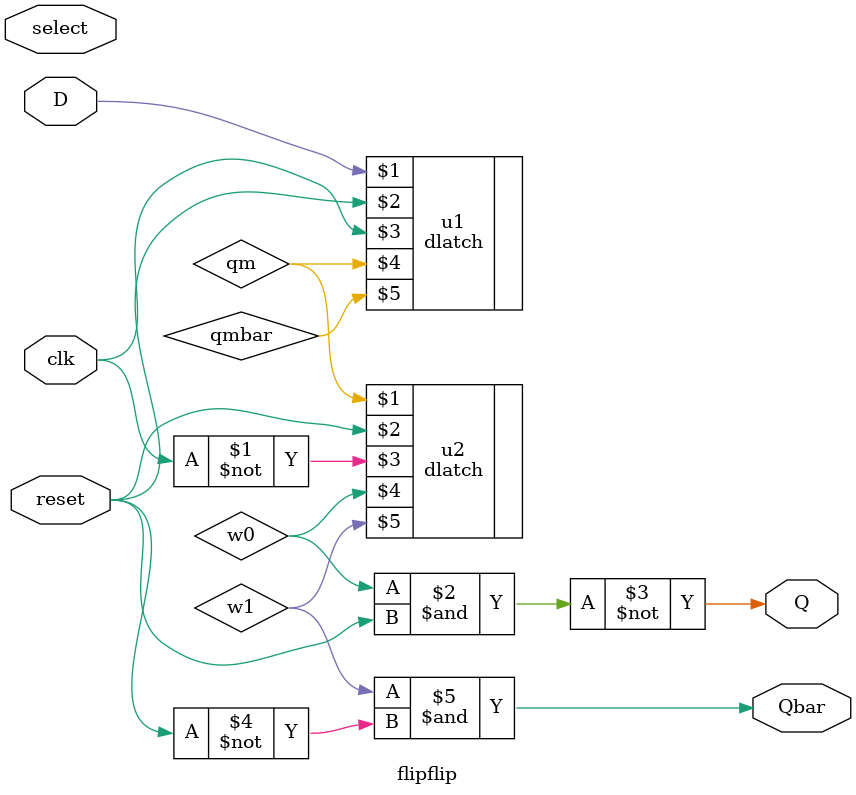
<source format=sv>
`timescale 1ns / 1ps


module flipflip(input D,input reset,input select, input clk,output Q, output Qbar);
wire qm,qmbar,w0,w1;
dlatch u1 (D, reset, clk,qm,qmbar);
dlatch u2 (qm, reset, ~clk,w0,w1);
    nand(Q,w0,reset);
    and(Qbar, w1, ~reset);   


endmodule
</source>
